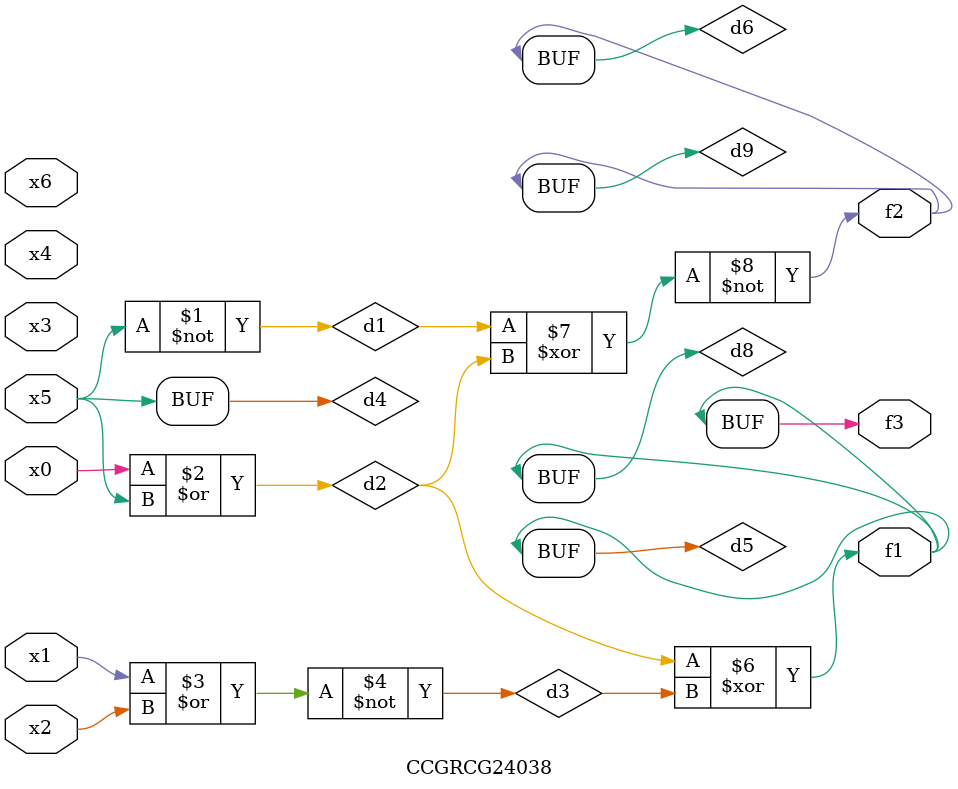
<source format=v>
module CCGRCG24038(
	input x0, x1, x2, x3, x4, x5, x6,
	output f1, f2, f3
);

	wire d1, d2, d3, d4, d5, d6, d7, d8, d9;

	nand (d1, x5);
	or (d2, x0, x5);
	nor (d3, x1, x2);
	xnor (d4, d1);
	xor (d5, d2, d3);
	xnor (d6, d1, d2);
	not (d7, x4);
	buf (d8, d5);
	xor (d9, d6);
	assign f1 = d8;
	assign f2 = d9;
	assign f3 = d8;
endmodule

</source>
